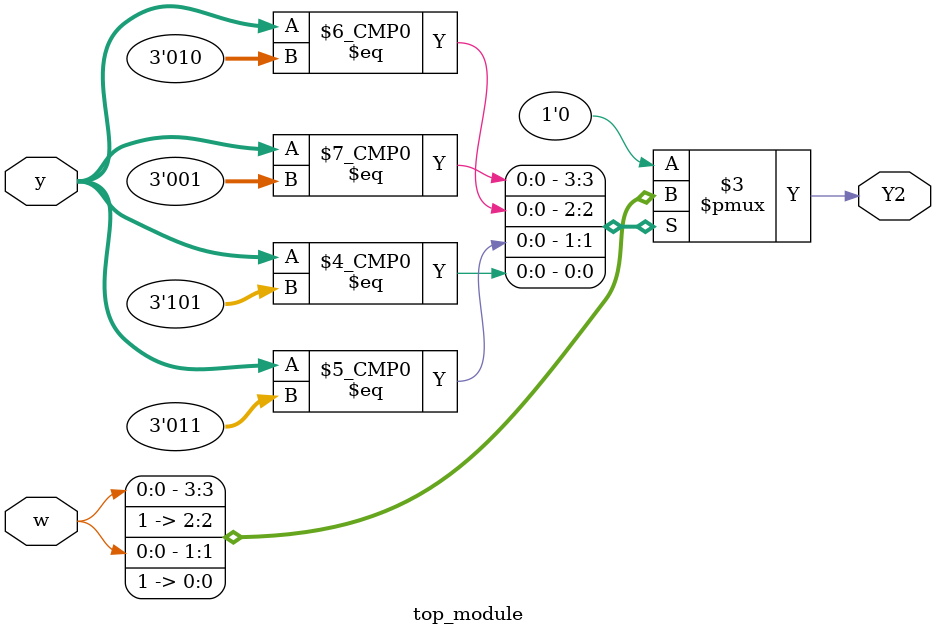
<source format=sv>
module top_module(
    input [3:1] y,
    input w,
    output reg Y2);
    
    always @(*) begin
        case(y)
            3'b000: Y2 = 1'b0; // State A
            3'b001: Y2 = w;    // State B
            3'b010: Y2 = 1'b1; // State C
            3'b011: Y2 = w;    // State D
            3'b100: Y2 = 1'b0; // State E
            3'b101: Y2 = 1'b1; // State F
            default: Y2 = 1'b0; // Default case to handle unexpected states
        endcase
    end

endmodule

</source>
